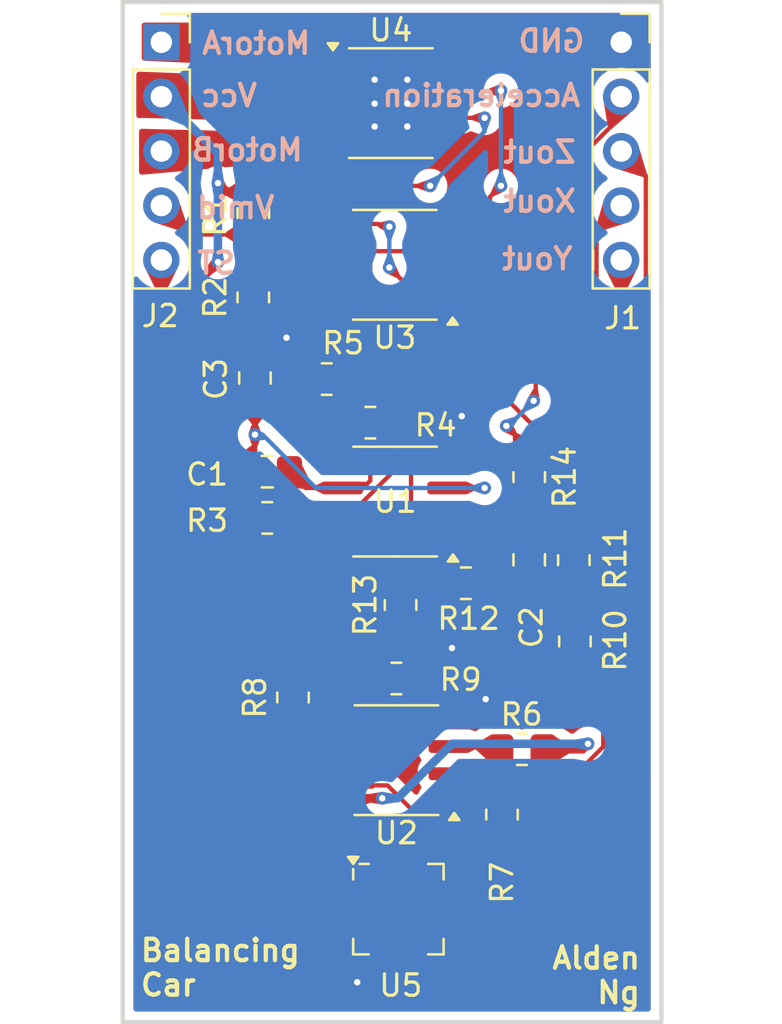
<source format=kicad_pcb>
(kicad_pcb (version 20240108) (generator "pcbnew") (generator_version "8.0")
  (layers (0 "F.Cu" signal) (31 "B.Cu" signal) (34 "B.Paste" user) (35 "F.Paste" user) (36 "B.SilkS" user "B.Silkscreen") (37 "F.SilkS" user "F.Silkscreen") (38 "B.Mask" user) (39 "F.Mask" user) (44 "Edge.Cuts" user))
  (net 0 "")
  (net 1 "/v_sharktooth")
  (net 2 "/Vmid")
  (net 3 "/velocity")
  (net 4 "Net-(U1A--)")
  (net 5 "GND")
  (net 6 "/MotorB")
  (net 7 "/MotorA")
  (net 8 "/Acceleration")
  (net 9 "VCC")
  (net 10 "Net-(R3-Pad2)")
  (net 11 "Net-(U1B-+)")
  (net 12 "Net-(U2A-+)")
  (net 13 "Net-(U2B-+)")
  (net 14 "Net-(U3A--)")
  (net 15 "Net-(U2A--)")
  (net 16 "Net-(U3B-+)")
  (net 17 "Net-(U2B--)")
  (net 18 "Net-(U4A-InA)")
  (net 19 "Net-(U4A-InB)")
  (net 26 "/ST")
  (net 27 "/Yout")
  (net 28 "/Zout")
  (net 29 "/Xout")
  (footprint "Capacitor_SMD:C_0805_2012Metric_Pad1.18x1.45mm_HandSolder" (layer "F.Cu") (at 194.58 102.87)
    (property "Reference" "C1" (at -2.81 0.127 0) (layer "F.SilkS"))
    (property "Value" "10nF")
    (fp_line (start -0.261252 -0.735) (end 0.261252 -0.735) (stroke (width 0.12)) (layer "F.SilkS"))
    (fp_line (start -0.261252 0.735) (end 0.261252 0.735) (stroke (width 0.12)) (layer "F.SilkS"))
    (pad "1" smd roundrect (at -1.0375 0) (size 1.175 1.45) (layers "F.Cu" "F.Paste" "F.Mask") (roundrect_rratio 0.212766) (net 2 "/Vmid"))
    (pad "2" smd roundrect (at 1.0375 0) (size 1.175 1.45) (layers "F.Cu" "F.Paste" "F.Mask") (roundrect_rratio 0.212766) (net 1 "/v_sharktooth"))
  )
  (footprint "Resistor_SMD:R_0805_2012Metric_Pad1.20x1.40mm_HandSolder" (layer "F.Cu") (at 194.58 105.029)
    (property "Reference" "R3" (at -2.81 0.127 0) (layer "F.SilkS"))
    (property "Value" "100k")
    (fp_line (start -0.227064 -0.735) (end 0.227064 -0.735) (stroke (width 0.12)) (layer "F.SilkS"))
    (fp_line (start -0.227064 0.735) (end 0.227064 0.735) (stroke (width 0.12)) (layer "F.SilkS"))
    (pad "1" smd roundrect (at -1 0) (size 1.2 1.4) (layers "F.Cu" "F.Paste" "F.Mask") (roundrect_rratio 0.208333) (net 1 "/v_sharktooth"))
    (pad "2" smd roundrect (at 1 0) (size 1.2 1.4) (layers "F.Cu" "F.Paste" "F.Mask") (roundrect_rratio 0.208333) (net 10 "Net-(R3-Pad2)"))
  )
  (footprint "Resistor_SMD:R_0805_2012Metric_Pad1.20x1.40mm_HandSolder" (layer "F.Cu") (at 206.4672 115.824 180)
    (property "Reference" "R6" (at 0.016 1.6256 360) (layer "F.SilkS"))
    (property "Value" "24k")
    (fp_line (start -0.227064 0.735) (end 0.227064 0.735) (stroke (width 0.12)) (layer "F.SilkS"))
    (fp_line (start -0.227064 -0.735) (end 0.227064 -0.735) (stroke (width 0.12)) (layer "F.SilkS"))
    (pad "1" smd roundrect (at -1 0 180) (size 1.2 1.4) (layers "F.Cu" "F.Paste" "F.Mask") (roundrect_rratio 0.208333) (net 9 "VCC"))
    (pad "2" smd roundrect (at 1 0 180) (size 1.2 1.4) (layers "F.Cu" "F.Paste" "F.Mask") (roundrect_rratio 0.208333) (net 12 "Net-(U2A-+)"))
  )
  (footprint "Resistor_SMD:R_0805_2012Metric_Pad1.20x1.40mm_HandSolder" (layer "F.Cu") (at 208.9404 110.7948 90)
    (property "Reference" "R10" (at 0.0508 1.8796 -90) (layer "F.SilkS"))
    (property "Value" "43k")
    (fp_line (start -0.227064 -0.735) (end 0.227064 -0.735) (stroke (width 0.12)) (layer "F.SilkS"))
    (fp_line (start -0.227064 0.735) (end 0.227064 0.735) (stroke (width 0.12)) (layer "F.SilkS"))
    (pad "1" smd roundrect (at -1 0 90) (size 1.2 1.4) (layers "F.Cu" "F.Paste" "F.Mask") (roundrect_rratio 0.208333) (net 15 "Net-(U2A--)"))
    (pad "2" smd roundrect (at 1 0 90) (size 1.2 1.4) (layers "F.Cu" "F.Paste" "F.Mask") (roundrect_rratio 0.208333) (net 14 "Net-(U3A--)"))
  )
  (footprint "Resistor_SMD:R_0805_2012Metric_Pad1.20x1.40mm_HandSolder" (layer "F.Cu") (at 197.358 98.552 180)
    (property "Reference" "R5" (at -0.762 1.6764 360) (layer "F.SilkS"))
    (property "Value" "20k")
    (fp_line (start -0.227064 0.735) (end 0.227064 0.735) (stroke (width 0.12)) (layer "F.SilkS"))
    (fp_line (start -0.227064 -0.735) (end 0.227064 -0.735) (stroke (width 0.12)) (layer "F.SilkS"))
    (pad "1" smd roundrect (at -1 0 180) (size 1.2 1.4) (layers "F.Cu" "F.Paste" "F.Mask") (roundrect_rratio 0.208333) (net 11 "Net-(U1B-+)"))
    (pad "2" smd roundrect (at 1 0 180) (size 1.2 1.4) (layers "F.Cu" "F.Paste" "F.Mask") (roundrect_rratio 0.208333) (net 2 "/Vmid"))
  )
  (footprint "Resistor_SMD:R_0805_2012Metric_Pad1.20x1.40mm_HandSolder" (layer "F.Cu") (at 200.6092 112.522)
    (property "Reference" "R9" (at 2.9972 0.0508 0) (layer "F.SilkS"))
    (property "Value" "24k")
    (fp_line (start -0.227064 -0.735) (end 0.227064 -0.735) (stroke (width 0.12)) (layer "F.SilkS"))
    (fp_line (start -0.227064 0.735) (end 0.227064 0.735) (stroke (width 0.12)) (layer "F.SilkS"))
    (pad "1" smd roundrect (at -1 0) (size 1.2 1.4) (layers "F.Cu" "F.Paste" "F.Mask") (roundrect_rratio 0.208333) (net 13 "Net-(U2B-+)"))
    (pad "2" smd roundrect (at 1 0) (size 1.2 1.4) (layers "F.Cu" "F.Paste" "F.Mask") (roundrect_rratio 0.208333) (net 5 "GND"))
  )
  (footprint "Connector_PinSocket_2.54mm:PinSocket_1x05_P2.54mm_Vertical" (layer "F.Cu") (at 211.099 82.834)
    (property "Reference" "J1" (at 0.0766 12.8732 0) (layer "F.SilkS"))
    (property "Value" "Conn_01x05_Socket")
    (fp_line (start -1.33 1.27) (end -1.33 11.49) (stroke (width 0.12)) (layer "F.SilkS"))
    (fp_line (start -1.33 1.27) (end 1.33 1.27) (stroke (width 0.12)) (layer "F.SilkS"))
    (fp_line (start -1.33 11.49) (end 1.33 11.49) (stroke (width 0.12)) (layer "F.SilkS"))
    (fp_line (start 0 -1.33) (end 1.33 -1.33) (stroke (width 0.12)) (layer "F.SilkS"))
    (fp_line (start 1.33 -1.33) (end 1.33 0) (stroke (width 0.12)) (layer "F.SilkS"))
    (fp_line (start 1.33 1.27) (end 1.33 11.49) (stroke (width 0.12)) (layer "F.SilkS"))
    (pad "1" thru_hole rect (at 0 0) (size 1.7 1.7) (drill 1) (layers "*.Cu" "*.Mask") (net 5 "GND"))
    (pad "2" thru_hole oval (at 0 2.54) (size 1.7 1.7) (drill 1) (layers "*.Cu" "*.Mask") (net 8 "/Acceleration"))
    (pad "3" thru_hole oval (at 0 5.08) (size 1.7 1.7) (drill 1) (layers "*.Cu" "*.Mask") (net 28 "/Zout"))
    (pad "4" thru_hole oval (at 0 7.62) (size 1.7 1.7) (drill 1) (layers "*.Cu" "*.Mask") (net 29 "/Xout"))
    (pad "5" thru_hole oval (at 0 10.16) (size 1.7 1.7) (drill 1) (layers "*.Cu" "*.Mask") (net 27 "/Yout"))
  )
  (footprint "Resistor_SMD:R_0805_2012Metric_Pad1.20x1.40mm_HandSolder" (layer "F.Cu") (at 205.5368 118.872 -90)
    (property "Reference" "R7" (at 3.175 0 90) (layer "F.SilkS"))
    (property "Value" "20k")
    (fp_line (start -0.227064 0.735) (end 0.227064 0.735) (stroke (width 0.12)) (layer "F.SilkS"))
    (fp_line (start -0.227064 -0.735) (end 0.227064 -0.735) (stroke (width 0.12)) (layer "F.SilkS"))
    (pad "1" smd roundrect (at -1 0 270) (size 1.2 1.4) (layers "F.Cu" "F.Paste" "F.Mask") (roundrect_rratio 0.208333) (net 12 "Net-(U2A-+)"))
    (pad "2" smd roundrect (at 1 0 270) (size 1.2 1.4) (layers "F.Cu" "F.Paste" "F.Mask") (roundrect_rratio 0.208333) (net 2 "/Vmid"))
  )
  (footprint "Resistor_SMD:R_0805_2012Metric_Pad1.20x1.40mm_HandSolder" (layer "F.Cu") (at 195.7832 113.411 -90)
    (property "Reference" "R8" (at 0 1.778 90) (layer "F.SilkS"))
    (property "Value" "20k")
    (fp_line (start -0.227064 0.735) (end 0.227064 0.735) (stroke (width 0.12)) (layer "F.SilkS"))
    (fp_line (start -0.227064 -0.735) (end 0.227064 -0.735) (stroke (width 0.12)) (layer "F.SilkS"))
    (pad "1" smd roundrect (at -1 0 270) (size 1.2 1.4) (layers "F.Cu" "F.Paste" "F.Mask") (roundrect_rratio 0.208333) (net 2 "/Vmid"))
    (pad "2" smd roundrect (at 1 0 270) (size 1.2 1.4) (layers "F.Cu" "F.Paste" "F.Mask") (roundrect_rratio 0.208333) (net 13 "Net-(U2B-+)"))
  )
  (footprint "Connector_PinSocket_2.54mm:PinSocket_1x05_P2.54mm_Vertical" (layer "F.Cu") (at 189.636 82.834)
    (property "Reference" "J2" (at -0.0504 12.7716 0) (layer "F.SilkS"))
    (property "Value" "Conn_01x05_Socket")
    (fp_line (start -1.33 1.27) (end -1.33 11.49) (stroke (width 0.12)) (layer "F.SilkS"))
    (fp_line (start -1.33 1.27) (end 1.33 1.27) (stroke (width 0.12)) (layer "F.SilkS"))
    (fp_line (start -1.33 11.49) (end 1.33 11.49) (stroke (width 0.12)) (layer "F.SilkS"))
    (fp_line (start 0 -1.33) (end 1.33 -1.33) (stroke (width 0.12)) (layer "F.SilkS"))
    (fp_line (start 1.33 -1.33) (end 1.33 0) (stroke (width 0.12)) (layer "F.SilkS"))
    (fp_line (start 1.33 1.27) (end 1.33 11.49) (stroke (width 0.12)) (layer "F.SilkS"))
    (pad "1" thru_hole rect (at 0 0) (size 1.7 1.7) (drill 1) (layers "*.Cu" "*.Mask") (net 7 "/MotorA"))
    (pad "2" thru_hole oval (at 0 2.54) (size 1.7 1.7) (drill 1) (layers "*.Cu" "*.Mask") (net 9 "VCC"))
    (pad "3" thru_hole oval (at 0 5.08) (size 1.7 1.7) (drill 1) (layers "*.Cu" "*.Mask") (net 6 "/MotorB"))
    (pad "4" thru_hole oval (at 0 7.62) (size 1.7 1.7) (drill 1) (layers "*.Cu" "*.Mask") (net 2 "/Vmid"))
    (pad "5" thru_hole oval (at 0 10.16) (size 1.7 1.7) (drill 1) (layers "*.Cu" "*.Mask") (net 26 "/ST"))
  )
  (footprint "Resistor_SMD:R_0805_2012Metric_Pad1.20x1.40mm_HandSolder" (layer "F.Cu") (at 208.8896 107.0008 90)
    (property "Reference" "R11" (at 0.0668 1.9304 90) (layer "F.SilkS"))
    (property "Value" "47k")
    (fp_line (start -0.227064 -0.735) (end 0.227064 -0.735) (stroke (width 0.12)) (layer "F.SilkS"))
    (fp_line (start -0.227064 0.735) (end 0.227064 0.735) (stroke (width 0.12)) (layer "F.SilkS"))
    (pad "1" smd roundrect (at -1 0 90) (size 1.2 1.4) (layers "F.Cu" "F.Paste" "F.Mask") (roundrect_rratio 0.208333) (net 3 "/velocity"))
    (pad "2" smd roundrect (at 1 0 90) (size 1.2 1.4) (layers "F.Cu" "F.Paste" "F.Mask") (roundrect_rratio 0.208333) (net 14 "Net-(U3A--)"))
  )
  (footprint "Capacitor_SMD:C_0805_2012Metric_Pad1.18x1.45mm_HandSolder" (layer "F.Cu") (at 206.8068 106.9848 -90)
    (property "Reference" "C2" (at 3.1496 -0.1016 90) (layer "F.SilkS"))
    (property "Value" "1uF")
    (fp_line (start -0.261252 0.735) (end 0.261252 0.735) (stroke (width 0.12)) (layer "F.SilkS"))
    (fp_line (start -0.261252 -0.735) (end 0.261252 -0.735) (stroke (width 0.12)) (layer "F.SilkS"))
    (pad "1" smd roundrect (at -1.0375 0 270) (size 1.175 1.45) (layers "F.Cu" "F.Paste" "F.Mask") (roundrect_rratio 0.212766) (net 4 "Net-(U1A--)"))
    (pad "2" smd roundrect (at 1.0375 0 270) (size 1.175 1.45) (layers "F.Cu" "F.Paste" "F.Mask") (roundrect_rratio 0.212766) (net 3 "/velocity"))
  )
  (footprint "Resistor_SMD:R_0805_2012Metric_Pad1.20x1.40mm_HandSolder" (layer "F.Cu") (at 206.8068 103.124 -90)
    (property "Reference" "R14" (at 0 -1.65 90) (layer "F.SilkS"))
    (property "Value" "100k")
    (fp_line (start -0.227064 0.735) (end 0.227064 0.735) (stroke (width 0.12)) (layer "F.SilkS"))
    (fp_line (start -0.227064 -0.735) (end 0.227064 -0.735) (stroke (width 0.12)) (layer "F.SilkS"))
    (pad "1" smd roundrect (at -1 0 270) (size 1.2 1.4) (layers "F.Cu" "F.Paste" "F.Mask") (roundrect_rratio 0.208333) (net 8 "/Acceleration"))
    (pad "2" smd roundrect (at 1 0 270) (size 1.2 1.4) (layers "F.Cu" "F.Paste" "F.Mask") (roundrect_rratio 0.208333) (net 4 "Net-(U1A--)"))
  )
  (footprint "Resistor_SMD:R_0805_2012Metric_Pad1.20x1.40mm_HandSolder" (layer "F.Cu") (at 193.929 94.742 -90)
    (property "Reference" "R2" (at 0 1.778 90) (layer "F.SilkS"))
    (property "Value" "10k")
    (fp_line (start -0.227064 0.735) (end 0.227064 0.735) (stroke (width 0.12)) (layer "F.SilkS"))
    (fp_line (start -0.227064 -0.735) (end 0.227064 -0.735) (stroke (width 0.12)) (layer "F.SilkS"))
    (pad "1" smd roundrect (at -1 0 270) (size 1.2 1.4) (layers "F.Cu" "F.Paste" "F.Mask") (roundrect_rratio 0.208333) (net 2 "/Vmid"))
    (pad "2" smd roundrect (at 1 0 270) (size 1.2 1.4) (layers "F.Cu" "F.Paste" "F.Mask") (roundrect_rratio 0.208333) (net 5 "GND"))
  )
  (footprint "Resistor_SMD:R_0805_2012Metric_Pad1.20x1.40mm_HandSolder" (layer "F.Cu") (at 193.929 90.805 -90)
    (property "Reference" "R1" (at 0.127 1.778 90) (layer "F.SilkS"))
    (property "Value" "10k")
    (fp_line (start -0.227064 0.735) (end 0.227064 0.735) (stroke (width 0.12)) (layer "F.SilkS"))
    (fp_line (start -0.227064 -0.735) (end 0.227064 -0.735) (stroke (width 0.12)) (layer "F.SilkS"))
    (pad "1" smd roundrect (at -1 0 270) (size 1.2 1.4) (layers "F.Cu" "F.Paste" "F.Mask") (roundrect_rratio 0.208333) (net 9 "VCC"))
    (pad "2" smd roundrect (at 1 0 270) (size 1.2 1.4) (layers "F.Cu" "F.Paste" "F.Mask") (roundrect_rratio 0.208333) (net 2 "/Vmid"))
  )
  (footprint "Package_SO:SOIC-8_3.9x4.9mm_P1.27mm" (layer "F.Cu") (at 200.6092 116.332 180)
    (property "Reference" "U2" (at 0 -3.4 360) (layer "F.SilkS"))
    (property "Value" "MCP602")
    (fp_line (start 0 2.56) (end 1.95 2.56) (stroke (width 0.12)) (layer "F.SilkS"))
    (fp_line (start 0 2.56) (end -1.95 2.56) (stroke (width 0.12)) (layer "F.SilkS"))
    (fp_line (start 0 -2.56) (end 1.95 -2.56) (stroke (width 0.12)) (layer "F.SilkS"))
    (fp_line (start 0 -2.56) (end -1.95 -2.56) (stroke (width 0.12)) (layer "F.SilkS"))
    (fp_poly (pts (xy -2.7 -2.465) (xy -2.94 -2.795) (xy -2.46 -2.795) (xy -2.7 -2.465)) (stroke (width 0.12)) (fill solid) (layer "F.SilkS"))
    (pad "1" smd roundrect (at -2.475 -1.905 180) (size 1.95 0.6) (layers "F.Cu" "F.Paste" "F.Mask") (net 15 "Net-(U2A--)"))
    (pad "2" smd roundrect (at -2.475 -0.635 180) (size 1.95 0.6) (layers "F.Cu" "F.Paste" "F.Mask") (net 15 "Net-(U2A--)"))
    (pad "3" smd roundrect (at -2.475 0.635 180) (size 1.95 0.6) (layers "F.Cu" "F.Paste" "F.Mask") (net 12 "Net-(U2A-+)"))
    (pad "4" smd roundrect (at -2.475 1.905 180) (size 1.95 0.6) (layers "F.Cu" "F.Paste" "F.Mask") (net 5 "GND"))
    (pad "5" smd roundrect (at 2.475 1.905 180) (size 1.95 0.6) (layers "F.Cu" "F.Paste" "F.Mask") (net 13 "Net-(U2B-+)"))
    (pad "6" smd roundrect (at 2.475 0.635 180) (size 1.95 0.6) (layers "F.Cu" "F.Paste" "F.Mask") (net 17 "Net-(U2B--)"))
    (pad "7" smd roundrect (at 2.475 -0.635 180) (size 1.95 0.6) (layers "F.Cu" "F.Paste" "F.Mask") (net 17 "Net-(U2B--)"))
    (pad "8" smd roundrect (at 2.475 -1.905 180) (size 1.95 0.6) (layers "F.Cu" "F.Paste" "F.Mask") (net 9 "VCC"))
  )
  (footprint "Resistor_SMD:R_0805_2012Metric_Pad1.20x1.40mm_HandSolder" (layer "F.Cu") (at 199.39 100.584 180)
    (property "Reference" "R4" (at -3.048 -0.127 360) (layer "F.SilkS"))
    (property "Value" "82k")
    (fp_line (start -0.227064 0.735) (end 0.227064 0.735) (stroke (width 0.12)) (layer "F.SilkS"))
    (fp_line (start -0.227064 -0.735) (end 0.227064 -0.735) (stroke (width 0.12)) (layer "F.SilkS"))
    (pad "1" smd roundrect (at -1 0 180) (size 1.2 1.4) (layers "F.Cu" "F.Paste" "F.Mask") (roundrect_rratio 0.208333) (net 10 "Net-(R3-Pad2)"))
    (pad "2" smd roundrect (at 1 0 180) (size 1.2 1.4) (layers "F.Cu" "F.Paste" "F.Mask") (roundrect_rratio 0.208333) (net 11 "Net-(U1B-+)"))
  )
  (footprint "Resistor_SMD:R_0805_2012Metric_Pad1.20x1.40mm_HandSolder" (layer "F.Cu") (at 200.803 109.093 90)
    (property "Reference" "R13" (at 0 -1.65 90) (layer "F.SilkS"))
    (property "Value" "43k")
    (fp_line (start -0.227064 -0.735) (end 0.227064 -0.735) (stroke (width 0.12)) (layer "F.SilkS"))
    (fp_line (start -0.227064 0.735) (end 0.227064 0.735) (stroke (width 0.12)) (layer "F.SilkS"))
    (pad "1" smd roundrect (at -1 0 90) (size 1.2 1.4) (layers "F.Cu" "F.Paste" "F.Mask") (roundrect_rratio 0.208333) (net 17 "Net-(U2B--)"))
    (pad "2" smd roundrect (at 1 0 90) (size 1.2 1.4) (layers "F.Cu" "F.Paste" "F.Mask") (roundrect_rratio 0.208333) (net 16 "Net-(U3B-+)"))
  )
  (footprint "Package_SO:HSOP-8-1EP_3.9x4.9mm_P1.27mm_EP2.41x3.1mm" (layer "F.Cu") (at 200.3468 85.6742)
    (property "Reference" "U4" (at 0 -3.4 0) (layer "F.SilkS"))
    (property "Value" "L9110h")
    (fp_line (start 0 -2.56) (end -1.95 -2.56) (stroke (width 0.12)) (layer "F.SilkS"))
    (fp_line (start 0 -2.56) (end 1.95 -2.56) (stroke (width 0.12)) (layer "F.SilkS"))
    (fp_line (start 0 2.56) (end -1.95 2.56) (stroke (width 0.12)) (layer "F.SilkS"))
    (fp_line (start 0 2.56) (end 1.95 2.56) (stroke (width 0.12)) (layer "F.SilkS"))
    (fp_poly (pts (xy -2.7 -2.465) (xy -2.94 -2.795) (xy -2.46 -2.795) (xy -2.7 -2.465)) (stroke (width 0.12)) (fill solid) (layer "F.SilkS"))
    (pad "1" smd roundrect (at -2.65 -1.905) (size 1.6 0.6) (layers "F.Cu" "F.Paste" "F.Mask") (net 7 "/MotorA"))
    (pad "2" smd roundrect (at -2.65 -0.635) (size 1.6 0.6) (layers "F.Cu" "F.Paste" "F.Mask") (net 9 "VCC"))
    (pad "3" smd roundrect (at -2.65 0.635) (size 1.6 0.6) (layers "F.Cu" "F.Paste" "F.Mask") (net 9 "VCC"))
    (pad "4" smd roundrect (at -2.65 1.905) (size 1.6 0.6) (layers "F.Cu" "F.Paste" "F.Mask") (net 6 "/MotorB"))
    (pad "5" smd roundrect (at 2.65 1.905) (size 1.6 0.6) (layers "F.Cu" "F.Paste" "F.Mask") (net 5 "GND"))
    (pad "6" smd roundrect (at 2.65 0.635) (size 1.6 0.6) (layers "F.Cu" "F.Paste" "F.Mask") (net 18 "Net-(U4A-InA)"))
    (pad "7" smd roundrect (at 2.65 -0.635) (size 1.6 0.6) (layers "F.Cu" "F.Paste" "F.Mask") (net 19 "Net-(U4A-InB)"))
    (pad "8" smd roundrect (at 2.65 -1.905) (size 1.6 0.6) (layers "F.Cu" "F.Paste" "F.Mask") (net 5 "GND"))
    (pad "9" smd rect (at 0 0) (size 2.41 3.1) (property pad_prop_heatsink) (layers "F.Cu" "F.Mask") (net 5 "GND"))
  )
  (footprint "Capacitor_SMD:C_0805_2012Metric_Pad1.18x1.45mm_HandSolder" (layer "F.Cu") (at 194.0052 98.5012 -90)
    (property "Reference" "C3" (at 0.0508 1.8288 90) (layer "F.SilkS"))
    (property "Value" "1uF")
    (fp_line (start -0.261252 0.735) (end 0.261252 0.735) (stroke (width 0.12)) (layer "F.SilkS"))
    (fp_line (start -0.261252 -0.735) (end 0.261252 -0.735) (stroke (width 0.12)) (layer "F.SilkS"))
    (pad "1" smd roundrect (at -1.0375 0 270) (size 1.175 1.45) (layers "F.Cu" "F.Paste" "F.Mask") (roundrect_rratio 0.212766) (net 5 "GND"))
    (pad "2" smd roundrect (at 1.0375 0 270) (size 1.175 1.45) (layers "F.Cu" "F.Paste" "F.Mask") (roundrect_rratio 0.212766) (net 2 "/Vmid"))
  )
  (footprint "Package_SO:SOIC-8_3.9x4.9mm_P1.27mm" (layer "F.Cu") (at 200.549 104.267 180)
    (property "Reference" "U1" (at 0 0 360) (layer "F.SilkS"))
    (property "Value" "MCP602")
    (fp_line (start 0 2.56) (end 1.95 2.56) (stroke (width 0.12)) (layer "F.SilkS"))
    (fp_line (start 0 2.56) (end -1.95 2.56) (stroke (width 0.12)) (layer "F.SilkS"))
    (fp_line (start 0 -2.56) (end 1.95 -2.56) (stroke (width 0.12)) (layer "F.SilkS"))
    (fp_line (start 0 -2.56) (end -1.95 -2.56) (stroke (width 0.12)) (layer "F.SilkS"))
    (fp_poly (pts (xy -2.7 -2.465) (xy -2.94 -2.795) (xy -2.46 -2.795) (xy -2.7 -2.465)) (stroke (width 0.12)) (fill solid) (layer "F.SilkS"))
    (pad "1" smd roundrect (at -2.475 -1.905 180) (size 1.95 0.6) (layers "F.Cu" "F.Paste" "F.Mask") (net 3 "/velocity"))
    (pad "2" smd roundrect (at -2.475 -0.635 180) (size 1.95 0.6) (layers "F.Cu" "F.Paste" "F.Mask") (net 4 "Net-(U1A--)"))
    (pad "3" smd roundrect (at -2.475 0.635 180) (size 1.95 0.6) (layers "F.Cu" "F.Paste" "F.Mask") (net 2 "/Vmid"))
    (pad "4" smd roundrect (at -2.475 1.905 180) (size 1.95 0.6) (layers "F.Cu" "F.Paste" "F.Mask") (net 5 "GND"))
    (pad "5" smd roundrect (at 2.475 1.905 180) (size 1.95 0.6) (layers "F.Cu" "F.Paste" "F.Mask") (net 11 "Net-(U1B-+)"))
    (pad "6" smd roundrect (at 2.475 0.635 180) (size 1.95 0.6) (layers "F.Cu" "F.Paste" "F.Mask") (net 1 "/v_sharktooth"))
    (pad "7" smd roundrect (at 2.475 -0.635 180) (size 1.95 0.6) (layers "F.Cu" "F.Paste" "F.Mask") (net 10 "Net-(R3-Pad2)"))
    (pad "8" smd roundrect (at 2.475 -1.905 180) (size 1.95 0.6) (layers "F.Cu" "F.Paste" "F.Mask") (net 9 "VCC"))
  )
  (footprint "Package_CSP:Analog_LFCSP-16-1EP_4x4mm_P0.65mm_EP2.35x2.35mm" (layer "F.Cu") (at 200.701 123.2845)
    (property "Reference" "U5" (at 0.1114 3.5631 0) (layer "F.SilkS"))
    (property "Value" "ADXL335")
    (fp_line (start -2.11 -1.385) (end -2.11 -1.87) (stroke (width 0.12)) (layer "F.SilkS"))
    (fp_line (start -2.11 2.11) (end -2.11 1.385) (stroke (width 0.12)) (layer "F.SilkS"))
    (fp_line (start -1.385 -2.11) (end -1.81 -2.11) (stroke (width 0.12)) (layer "F.SilkS"))
    (fp_line (start -1.385 2.11) (end -2.11 2.11) (stroke (width 0.12)) (layer "F.SilkS"))
    (fp_line (start 1.385 -2.11) (end 2.11 -2.11) (stroke (width 0.12)) (layer "F.SilkS"))
    (fp_line (start 1.385 2.11) (end 2.11 2.11) (stroke (width 0.12)) (layer "F.SilkS"))
    (fp_line (start 2.11 -2.11) (end 2.11 -1.385) (stroke (width 0.12)) (layer "F.SilkS"))
    (fp_line (start 2.11 2.11) (end 2.11 1.385) (stroke (width 0.12)) (layer "F.SilkS"))
    (fp_poly (pts (xy -2.11 -2.11) (xy -2.35 -2.44) (xy -1.87 -2.44) (xy -2.11 -2.11)) (stroke (width 0.12)) (fill solid) (layer "F.SilkS"))
    (pad "1" smd roundrect (at -1.9375 -0.975) (size 0.875 0.3) (layers "F.Cu" "F.Paste" "F.Mask"))
    (pad "2" smd roundrect (at -1.9375 -0.325) (size 0.875 0.3) (layers "F.Cu" "F.Paste" "F.Mask") (net 26 "/ST"))
    (pad "3" smd roundrect (at -1.9375 0.325) (size 0.875 0.3) (layers "F.Cu" "F.Paste" "F.Mask") (net 5 "GND"))
    (pad "4" smd roundrect (at -1.9375 0.975) (size 0.875 0.3) (layers "F.Cu" "F.Paste" "F.Mask"))
    (pad "5" smd roundrect (at -0.975 1.9375) (size 0.3 0.875) (layers "F.Cu" "F.Paste" "F.Mask") (net 5 "GND"))
    (pad "6" smd roundrect (at -0.325 1.9375) (size 0.3 0.875) (layers "F.Cu" "F.Paste" "F.Mask") (net 5 "GND"))
    (pad "7" smd roundrect (at 0.325 1.9375) (size 0.3 0.875) (layers "F.Cu" "F.Paste" "F.Mask") (net 5 "GND"))
    (pad "8" smd roundrect (at 0.975 1.9375) (size 0.3 0.875) (layers "F.Cu" "F.Paste" "F.Mask") (net 28 "/Zout"))
    (pad "9" smd roundrect (at 1.9375 0.975) (size 0.875 0.3) (layers "F.Cu" "F.Paste" "F.Mask"))
    (pad "10" smd roundrect (at 1.9375 0.325) (size 0.875 0.3) (layers "F.Cu" "F.Paste" "F.Mask") (net 27 "/Yout"))
    (pad "11" smd roundrect (at 1.9375 -0.325) (size 0.875 0.3) (layers "F.Cu" "F.Paste" "F.Mask"))
    (pad "12" smd roundrect (at 1.9375 -0.975) (size 0.875 0.3) (layers "F.Cu" "F.Paste" "F.Mask") (net 29 "/Xout"))
    (pad "13" smd roundrect (at 0.975 -1.9375) (size 0.3 0.875) (layers "F.Cu" "F.Paste" "F.Mask"))
    (pad "14" smd roundrect (at 0.325 -1.9375) (size 0.3 0.875) (layers "F.Cu" "F.Paste" "F.Mask") (net 9 "VCC"))
    (pad "15" smd roundrect (at -0.325 -1.9375) (size 0.3 0.875) (layers "F.Cu" "F.Paste" "F.Mask") (net 9 "VCC"))
    (pad "16" smd roundrect (at -0.975 -1.9375) (size 0.3 0.875) (layers "F.Cu" "F.Paste" "F.Mask"))
    (pad "17" smd rect (at 0 0) (size 2.35 2.35) (property pad_prop_heatsink) (layers "F.Cu" "F.Mask"))
  )
  (footprint "Resistor_SMD:R_0805_2012Metric_Pad1.20x1.40mm_HandSolder" (layer "F.Cu") (at 203.851 108.077)
    (property "Reference" "R12" (at 0.127 1.651 360) (layer "F.SilkS"))
    (property "Value" "47k")
    (fp_line (start -0.227064 -0.735) (end 0.227064 -0.735) (stroke (width 0.12)) (layer "F.SilkS"))
    (fp_line (start -0.227064 0.735) (end 0.227064 0.735) (stroke (width 0.12)) (layer "F.SilkS"))
    (pad "1" smd roundrect (at -1 0) (size 1.2 1.4) (layers "F.Cu" "F.Paste" "F.Mask") (roundrect_rratio 0.208333) (net 16 "Net-(U3B-+)"))
    (pad "2" smd roundrect (at 1 0) (size 1.2 1.4) (layers "F.Cu" "F.Paste" "F.Mask") (roundrect_rratio 0.208333) (net 3 "/velocity"))
  )
  (footprint "Package_SO:SOIC-8_3.9x4.9mm_P1.27mm" (layer "F.Cu") (at 200.533 93.218 180)
    (property "Reference" "U3" (at 0 -3.4 360) (layer "F.SilkS"))
    (property "Value" "MCP602")
    (fp_line (start 0 2.56) (end 1.95 2.56) (stroke (width 0.12)) (layer "F.SilkS"))
    (fp_line (start 0 2.56) (end -1.95 2.56) (stroke (width 0.12)) (layer "F.SilkS"))
    (fp_line (start 0 -2.56) (end 1.95 -2.56) (stroke (width 0.12)) (layer "F.SilkS"))
    (fp_line (start 0 -2.56) (end -1.95 -2.56) (stroke (width 0.12)) (layer "F.SilkS"))
    (fp_poly (pts (xy -2.7 -2.465) (xy -2.94 -2.795) (xy -2.46 -2.795) (xy -2.7 -2.465)) (stroke (width 0.12)) (fill solid) (layer "F.SilkS"))
    (pad "1" smd roundrect (at -2.475 -1.905 180) (size 1.95 0.6) (layers "F.Cu" "F.Paste" "F.Mask") (net 19 "Net-(U4A-InB)"))
    (pad "2" smd roundrect (at -2.475 -0.635 180) (size 1.95 0.6) (layers "F.Cu" "F.Paste" "F.Mask") (net 14 "Net-(U3A--)"))
    (pad "3" smd roundrect (at -2.475 0.635 180) (size 1.95 0.6) (layers "F.Cu" "F.Paste" "F.Mask") (net 1 "/v_sharktooth"))
    (pad "4" smd roundrect (at -2.475 1.905 180) (size 1.95 0.6) (layers "F.Cu" "F.Paste" "F.Mask") (net 5 "GND"))
    (pad "5" smd roundrect (at 2.475 1.905 180) (size 1.95 0.6) (layers "F.Cu" "F.Paste" "F.Mask") (net 16 "Net-(U3B-+)"))
    (pad "6" smd roundrect (at 2.475 0.635 180) (size 1.95 0.6) (layers "F.Cu" "F.Paste" "F.Mask") (net 1 "/v_sharktooth"))
    (pad "7" smd roundrect (at 2.475 -0.635 180) (size 1.95 0.6) (layers "F.Cu" "F.Paste" "F.Mask") (net 18 "Net-(U4A-InA)"))
    (pad "8" smd roundrect (at 2.475 -1.905 180) (size 1.95 0.6) (layers "F.Cu" "F.Paste" "F.Mask") (net 9 "VCC"))
  )
  (gr_rect (start 187.833 80.9625) (end 212.979 128.5621) (stroke (width 0.2)) (fill none) (layer "Edge.Cuts"))
  (gr_text "Yout" (at 208.9404 93.5228 0) (layer "B.SilkS") (effects (font (size 1 1) (thickness 0.2) (bold yes)) (justify left bottom mirror)))
  (gr_text "MotorA" (at 196.6976 83.4644 0) (layer "B.SilkS") (effects (font (size 1 1) (thickness 0.2) (bold yes)) (justify left bottom mirror)))
  (gr_text "Xout" (at 209.0928 90.8304 0) (layer "B.SilkS") (effects (font (size 1 1) (thickness 0.2) (bold yes)) (justify left bottom mirror)))
  (gr_text "ST" (at 193.1924 93.726 0) (layer "B.SilkS") (effects (font (size 1 1) (thickness 0.2) (bold yes)) (justify left bottom mirror)))
  (gr_text "Vcc" (at 194.2084 85.9028 0) (layer "B.SilkS") (effects (font (size 1 1) (thickness 0.2) (bold yes)) (justify left bottom mirror)))
  (gr_text "Acceleration" (at 209.296 85.9028 0) (layer "B.SilkS") (effects (font (size 1 1) (thickness 0.2) (bold yes)) (justify left bottom mirror)))
  (gr_text "Vmid" (at 195.0212 91.1352 0) (layer "B.SilkS") (effects (font (size 1 1) (thickness 0.2) (bold yes)) (justify left bottom mirror)))
  (gr_text "GND" (at 209.4992 83.3628 0) (layer "B.SilkS") (effects (font (size 1 1) (thickness 0.2) (bold yes)) (justify left bottom mirror)))
  (gr_text "Zout" (at 209.0928 88.5444 0) (layer "B.SilkS") (effects (font (size 1 1) (thickness 0.2) (bold yes)) (justify left bottom mirror)))
  (gr_text "MotorB" (at 196.342 88.4428 0) (layer "B.SilkS") (effects (font (size 1 1) (thickness 0.2) (bold yes)) (justify left bottom mirror)))
  (gr_text "Alden\nNg" (at 212.09 127.762 0) (layer "F.SilkS") (effects (font (size 1 1) (thickness 0.2) (bold yes)) (justify right bottom)))
  (gr_text "Balancing\nCar" (at 188.5696 127.4064 0) (layer "F.SilkS") (effects (font (size 1 1) (thickness 0.2) (bold yes)) (justify left bottom)))
  (segment (start 199.048999 103.632) (end 199.39 103.290999) (width 0.2) (layer "F.Cu") (net 1))
  (segment (start 198.074 103.632) (end 196.3795 103.632) (width 0.2) (layer "F.Cu") (net 1))
  (segment (start 193.58 104.9075) (end 195.6175 102.87) (width 0.2) (layer "F.Cu") (net 1))
  (segment (start 196.3795 103.632) (end 195.6175 102.87) (width 0.2) (layer "F.Cu") (net 1))
  (segment (start 199.032999 92.583) (end 198.058 92.583) (width 0.2) (layer "F.Cu") (net 1))
  (segment (start 198.074 103.632) (end 199.048999 103.632) (width 0.2) (layer "F.Cu") (net 1))
  (segment (start 199.39 92.940001) (end 199.032999 92.583) (width 0.2) (layer "F.Cu") (net 1))
  (segment (start 198.058 92.583) (end 203.008 92.583) (width 0.2) (layer "F.Cu") (net 1))
  (segment (start 193.58 105.029) (end 193.58 104.9075) (width 0.2) (layer "F.Cu") (net 1))
  (segment (start 199.39 103.290999) (end 199.39 92.940001) (width 0.2) (layer "F.Cu") (net 1))
  (segment (start 194.5132 113.427) (end 195.5292 112.411) (width 0.2) (layer "F.Cu") (net 2))
  (segment (start 196.358 98.552) (end 196.6468 98.2632) (width 0.2) (layer "F.Cu") (net 2))
  (segment (start 194.0052 101.1428) (end 194.0052 99.5387) (width 0.2) (layer "F.Cu") (net 2))
  (segment (start 205.5368 119.872) (end 202.559329 119.872) (width 0.2) (layer "F.Cu") (net 2))
  (segment (start 199.5328 117.51) (end 199.4758 117.567) (width 0.2) (layer "F.Cu") (net 2))
  (segment (start 197.0182 117.567) (end 194.5132 115.062) (width 0.2) (layer "F.Cu") (net 2))
  (segment (start 199.4758 117.567) (end 197.0182 117.567) (width 0.2) (layer "F.Cu") (net 2))
  (segment (start 194.5132 115.062) (end 194.5132 113.427) (width 0.2) (layer "F.Cu") (net 2))
  (segment (start 196.1802 106.029) (end 192.8462 106.029) (width 0.2) (layer "F.Cu") (net 2))
  (segment (start 194.0052 101.1428) (end 194.0052 102.4073) (width 0.2) (layer "F.Cu") (net 2))
  (segment (start 194.9919 98.552) (end 194.0052 99.5387) (width 0.2) (layer "F.Cu") (net 2))
  (segment (start 190.987 91.805) (end 189.636 90.454) (width 0.2) (layer "F.Cu") (net 2))
  (segment (start 200.197329 117.51) (end 199.5328 117.51) (width 0.2) (layer "F.Cu") (net 2))
  (segment (start 203.024 103.632) (end 204.724 103.632) (width 0.2) (layer "F.Cu") (net 2))
  (segment (start 195.7832 112.411) (end 199.349 108.8452) (width 0.2) (layer "F.Cu") (net 2))
  (segment (start 192.68 105.8628) (end 192.68 103.7325) (width 0.2) (layer "F.Cu") (net 2))
  (segment (start 196.6468 98.2632) (end 196.6468 95.8596) (width 0.2) (layer "F.Cu") (net 2))
  (segment (start 199.136 105.5624) (end 196.6468 105.5624) (width 0.2) (layer "F.Cu") (net 2))
  (segment (start 193.929 93.742) (end 193.929 91.805) (width 0.2) (layer "F.Cu") (net 2))
  (segment (start 192.68 103.7325) (end 193.5425 102.87) (width 0.2) (layer "F.Cu") (net 2))
  (segment (start 193.929 91.805) (end 190.987 91.805) (width 0.2) (layer "F.Cu") (net 2))
  (segment (start 199.349 108.8452) (end 199.349 105.7754) (width 0.2) (layer "F.Cu") (net 2))
  (segment (start 196.358 98.552) (end 194.9919 98.552) (width 0.2) (layer "F.Cu") (net 2))
  (segment (start 196.6468 105.5624) (end 196.1802 106.029) (width 0.2) (layer "F.Cu") (net 2))
  (segment (start 194.5292 93.742) (end 193.929 93.742) (width 0.2) (layer "F.Cu") (net 2))
  (segment (start 202.559329 119.872) (end 200.197329 117.51) (width 0.2) (layer "F.Cu") (net 2))
  (segment (start 194.0052 102.4073) (end 193.5425 102.87) (width 0.2) (layer "F.Cu") (net 2))
  (segment (start 196.6468 95.8596) (end 194.5292 93.742) (width 0.2) (layer "F.Cu") (net 2))
  (segment (start 199.349 105.7754) (end 199.136 105.5624) (width 0.2) (layer "F.Cu") (net 2))
  (segment (start 192.8462 106.029) (end 192.68 105.8628) (width 0.2) (layer "F.Cu") (net 2))
  (via (at 194.0052 101.1428) (size 0.6) (drill 0.3) (layers "F.Cu" "B.Cu") (net 2))
  (via (at 204.724 103.632) (size 0.6) (drill 0.3) (layers "F.Cu" "B.Cu") (net 2))
  (segment (start 196.85 103.632) (end 204.724 103.632) (width 0.2) (layer "B.Cu") (net 2))
  (segment (start 194.3608 101.1428) (end 196.85 103.632) (width 0.2) (layer "B.Cu") (net 2))
  (segment (start 194.0052 101.1428) (end 194.3608 101.1428) (width 0.2) (layer "B.Cu") (net 2))
  (segment (start 203.024 106.172) (end 204.851 107.999) (width 0.2) (layer "F.Cu") (net 3))
  (segment (start 208.8134 108.077) (end 208.8896 108.0008) (width 0.2) (layer "F.Cu") (net 3))
  (segment (start 204.851 108.077) (end 208.8134 108.077) (width 0.2) (layer "F.Cu") (net 3))
  (segment (start 204.851 107.999) (end 204.851 108.077) (width 0.2) (layer "F.Cu") (net 3))
  (segment (start 203.024 104.902) (end 205.7615 104.902) (width 0.2) (layer "F.Cu") (net 4))
  (segment (start 206.8068 104.124) (end 206.5395 104.124) (width 0.2) (layer "F.Cu") (net 4))
  (segment (start 206.5395 104.124) (end 205.7615 104.902) (width 0.2) (layer "F.Cu") (net 4))
  (segment (start 205.7615 104.902) (end 206.8068 105.9473) (width 0.2) (layer "F.Cu") (net 4))
  (segment (start 197.926 123.98567) (end 198.30217 123.6095) (width 0.4) (layer "F.Cu") (net 5))
  (segment (start 198.30217 123.6095) (end 198.7635 123.6095) (width 0.4) (layer "F.Cu") (net 5))
  (segment (start 199.726 125.222) (end 198.61467 125.222) (width 0.4) (layer "F.Cu") (net 5))
  (segment (start 198.61467 125.222) (end 197.926 124.53333) (width 0.4) (layer "F.Cu") (net 5))
  (segment (start 201.026 125.222) (end 199.726 125.222) (width 0.4) (layer "F.Cu") (net 5))
  (segment (start 197.926 124.53333) (end 197.926 123.98567) (width 0.4) (layer "F.Cu") (net 5))
  (via (at 198.7804 126.6952) (size 0.6) (drill 0.3) (layers "F.Cu" "B.Cu") (net 5))
  (via (at 201.1172 84.582) (size 0.6) (drill 0.3) (layers "F.Cu" "B.Cu") (net 5))
  (via (at 203.2 111.0996) (size 0.6) (drill 0.3) (layers "F.Cu" "B.Cu") (net 5))
  (via (at 199.5932 85.6996) (size 0.6) (drill 0.3) (layers "F.Cu" "B.Cu") (net 5))
  (via (at 195.4784 96.6216) (size 0.6) (drill 0.3) (layers "F.Cu" "B.Cu") (net 5))
  (via (at 203.6572 100.2792) (size 0.6) (drill 0.3) (layers "F.Cu" "B.Cu") (net 5))
  (via (at 199.5932 84.582) (size 0.6) (drill 0.3) (layers "F.Cu" "B.Cu") (net 5))
  (via (at 201.1172 86.7664) (size 0.6) (drill 0.3) (layers "F.Cu" "B.Cu") (net 5))
  (via (at 201.1172 85.6996) (size 0.6) (drill 0.3) (layers "F.Cu" "B.Cu") (net 5))
  (via (at 204.7748 113.4872) (size 0.6) (drill 0.3) (layers "F.Cu" "B.Cu") (net 5))
  (via (at 199.5932 86.7664) (size 0.6) (drill 0.3) (layers "F.Cu" "B.Cu") (net 5))
  (segment (start 207.01 99.568) (end 207.1116 99.4664) (width 0.2) (layer "F.Cu") (net 8))
  (segment (start 207.1116 99.4664) (end 207.1116 90.275054) (width 0.2) (layer "F.Cu") (net 8))
  (segment (start 211.099 86.287654) (end 211.099 85.374) (width 0.2) (layer "F.Cu") (net 8))
  (segment (start 206.8068 101.8032) (end 205.74 100.7364) (width 0.2) (layer "F.Cu") (net 8))
  (segment (start 207.1116 90.275054) (end 211.099 86.287654) (width 0.2) (layer "F.Cu") (net 8))
  (segment (start 206.8068 102.124) (end 206.8068 101.8032) (width 0.2) (layer "F.Cu") (net 8))
  (via (at 207.01 99.568) (size 0.6) (drill 0.3) (layers "F.Cu" "B.Cu") (net 8))
  (via (at 205.74 100.7364) (size 0.6) (drill 0.3) (layers "F.Cu" "B.Cu") (net 8))
  (segment (start 205.74 100.7364) (end 205.8416 100.7364) (width 0.2) (layer "B.Cu") (net 8))
  (segment (start 205.8416 100.7364) (end 207.01 99.568) (width 0.2) (layer "B.Cu") (net 8))
  (segment (start 209.296 115.824) (end 209.55 115.57) (width 0.4) (layer "F.Cu") (net 9))
  (segment (start 200.376 121.347) (end 200.376 120.4788) (width 0.4) (layer "F.Cu") (net 9))
  (segment (start 198.1342 118.237) (end 196.879494 118.237) (width 0.4) (layer "F.Cu") (net 9))
  (segment (start 192.278 107.5944) (end 191.1096 106.426) (width 0.4) (layer "F.Cu") (net 9))
  (segment (start 196.6516 107.5944) (end 192.278 107.5944) (width 0.4) (layer "F.Cu") (net 9))
  (segment (start 196.283 94.429) (end 196.977 95.123) (width 0.4) (layer "F.Cu") (net 9))
  (segment (start 198.074 106.172) (end 196.6516 107.5944) (width 0.4) (layer "F.Cu") (net 9))
  (segment (start 192.675 89.805) (end 192.278 89.408) (width 0.4) (layer "F.Cu") (net 9))
  (segment (start 196.283 92.159) (end 196.283 94.429) (width 0.4) (layer "F.Cu") (net 9))
  (segment (start 191.1096 106.426) (end 191.1096 94.2594) (width 0.4) (layer "F.Cu") (net 9))
  (segment (start 207.4672 115.824) (end 209.296 115.824) (width 0.4) (layer "F.Cu") (net 9))
  (segment (start 200.376 120.4788) (end 198.1342 118.237) (width 0.4) (layer "F.Cu") (net 9))
  (segment (start 193.929 89.805) (end 192.675 89.805) (width 0.4) (layer "F.Cu") (net 9))
  (segment (start 196.977 95.123) (end 198.058 95.123) (width 0.4) (layer "F.Cu") (net 9))
  (segment (start 196.879494 118.237) (end 192.278 113.635506) (width 0.4) (layer "F.Cu") (net 9))
  (segment (start 191.1096 94.2594) (end 192.278 93.091) (width 0.4) (layer "F.Cu") (net 9))
  (segment (start 198.2612 118.11) (end 198.1342 118.237) (width 0.4) (layer "F.Cu") (net 9))
  (segment (start 199.9488 118.11) (end 198.2612 118.11) (width 0.4) (layer "F.Cu") (net 9))
  (segment (start 193.929 89.805) (end 196.283 92.159) (width 0.4) (layer "F.Cu") (net 9))
  (segment (start 201.026 121.347) (end 200.376 121.347) (width 0.4) (layer "F.Cu") (net 9))
  (segment (start 192.278 113.635506) (end 192.278 107.5944) (width 0.4) (layer "F.Cu") (net 9))
  (via (at 192.278 93.091) (size 0.6) (drill 0.3) (layers "F.Cu" "B.Cu") (net 9))
  (via (at 209.55 115.57) (size 0.6) (drill 0.3) (layers "F.Cu" "B.Cu") (net 9))
  (via (at 199.9488 118.11) (size 0.6) (drill 0.3) (layers "F.Cu" "B.Cu") (net 9))
  (via (at 192.278 89.408) (size 0.6) (drill 0.3) (layers "F.Cu" "B.Cu") (net 9))
  (segment (start 192.278 88.016) (end 189.636 85.374) (width 0.4) (layer "B.Cu") (net 9))
  (segment (start 192.278 89.408) (end 192.278 93.091) (width 0.4) (layer "B.Cu") (net 9))
  (segment (start 203.2 115.57) (end 209.55 115.57) (width 0.4) (layer "B.Cu") (net 9))
  (segment (start 200.66 118.11) (end 203.2 115.57) (width 0.4) (layer "B.Cu") (net 9))
  (segment (start 199.9488 118.11) (end 200.66 118.11) (width 0.4) (layer "B.Cu") (net 9))
  (segment (start 192.278 89.408) (end 192.278 88.016) (width 0.4) (layer "B.Cu") (net 9))
  (segment (start 198.074 104.902) (end 198.419552 104.902) (width 0.2) (layer "F.Cu") (net 10))
  (segment (start 197.947 105.029) (end 198.074 104.902) (width 0.2) (layer "F.Cu") (net 10))
  (segment (start 195.58 105.029) (end 197.947 105.029) (width 0.2) (layer "F.Cu") (net 10))
  (segment (start 198.419552 104.902) (end 200.39 102.931552) (width 0.2) (layer "F.Cu") (net 10))
  (segment (start 200.39 102.931552) (end 200.39 100.584) (width 0.2) (layer "F.Cu") (net 10))
  (segment (start 198.39 102.046) (end 198.074 102.362) (width 0.2) (layer "F.Cu") (net 11))
  (segment (start 198.358 100.552) (end 198.39 100.584) (width 0.2) (layer "F.Cu") (net 11))
  (segment (start 198.358 98.552) (end 198.358 100.552) (width 0.2) (layer "F.Cu") (net 11))
  (segment (start 198.39 100.584) (end 198.39 102.046) (width 0.2) (layer "F.Cu") (net 11))
  (segment (start 205.3402 115.697) (end 205.4672 115.824) (width 0.2) (layer "F.Cu") (net 12))
  (segment (start 203.0842 115.697) (end 205.3402 115.697) (width 0.2) (layer "F.Cu") (net 12))
  (segment (start 205.4672 117.856) (end 205.4672 115.824) (width 0.2) (layer "F.Cu") (net 12))
  (segment (start 198.1342 114.427) (end 199.6092 112.952) (width 0.2) (layer "F.Cu") (net 13))
  (segment (start 199.6092 112.952) (end 199.6092 112.522) (width 0.2) (layer "F.Cu") (net 13))
  (segment (start 198.1342 114.427) (end 195.5452 114.427) (width 0.2) (layer "F.Cu") (net 13))
  (segment (start 208.8896 106.0008) (end 208.8896 102.622056) (width 0.2) (layer "F.Cu") (net 14))
  (segment (start 201.733 94.2786) (end 202.1586 93.853) (width 0.2) (layer "F.Cu") (net 14))
  (segment (start 209.8896 107.0008) (end 209.8896 108.8456) (width 0.2) (layer "F.Cu") (net 14))
  (segment (start 208.8896 106.0008) (end 209.8896 107.0008) (width 0.2) (layer "F.Cu") (net 14))
  (segment (start 202.1586 93.853) (end 203.008 93.853) (width 0.2) (layer "F.Cu") (net 14))
  (segment (start 209.8896 108.8456) (end 208.9404 109.7948) (width 0.2) (layer "F.Cu") (net 14))
  (segment (start 201.733 95.465456) (end 201.733 94.2786) (width 0.2) (layer "F.Cu") (net 14))
  (segment (start 208.8896 102.622056) (end 201.733 95.465456) (width 0.2) (layer "F.Cu") (net 14))
  (segment (start 210.2612 115.707329) (end 210.2612 113.1156) (width 0.2) (layer "F.Cu") (net 15))
  (segment (start 203.0842 118.237) (end 203.6192 118.772) (width 0.2) (layer "F.Cu") (net 15))
  (segment (start 203.6192 118.772) (end 207.196529 118.772) (width 0.2) (layer "F.Cu") (net 15))
  (segment (start 207.196529 118.772) (end 210.2612 115.707329) (width 0.2) (layer "F.Cu") (net 15))
  (segment (start 210.2612 113.1156) (end 208.9404 111.7948) (width 0.2) (layer "F.Cu") (net 15))
  (segment (start 203.0842 116.967) (end 203.0842 118.237) (width 0.2) (layer "F.Cu") (net 15))
  (segment (start 200.819 108.077) (end 200.803 108.093) (width 0.2) (layer "F.Cu") (net 16))
  (segment (start 199.771 91.313) (end 198.058 91.313) (width 0.2) (layer "F.Cu") (net 16))
  (segment (start 200.279 91.44) (end 199.898 91.44) (width 0.2) (layer "F.Cu") (net 16))
  (segment (start 200.803 108.093) (end 201.29 107.606) (width 0.2) (layer "F.Cu") (net 16))
  (segment (start 201.29 94.356) (end 200.279 93.345) (width 0.2) (layer "F.Cu") (net 16))
  (segment (start 201.29 107.606) (end 201.29 94.356) (width 0.2) (layer "F.Cu") (net 16))
  (segment (start 199.898 91.44) (end 199.771 91.313) (width 0.2) (layer "F.Cu") (net 16))
  (segment (start 202.851 108.077) (end 200.819 108.077) (width 0.2) (layer "F.Cu") (net 16))
  (via (at 200.279 93.345) (size 0.6) (drill 0.3) (layers "F.Cu" "B.Cu") (net 16))
  (via (at 200.279 91.44) (size 0.6) (drill 0.3) (layers "F.Cu" "B.Cu") (net 16))
  (segment (start 200.279 93.345) (end 200.279 91.44) (width 0.2) (layer "B.Cu") (net 16))
  (segment (start 200.66 110.236) (end 200.803 110.093) (width 0.2) (layer "F.Cu") (net 17))
  (segment (start 198.1342 115.697) (end 199.109199 115.697) (width 0.2) (layer "F.Cu") (net 17))
  (segment (start 198.1342 115.697) (end 198.1342 116.967) (width 0.2) (layer "F.Cu") (net 17))
  (segment (start 199.109199 115.697) (end 200.66 114.146199) (width 0.2) (layer "F.Cu") (net 17))
  (segment (start 200.66 114.146199) (end 200.66 110.236) (width 0.2) (layer "F.Cu") (net 17))
  (segment (start 198.12 89.535) (end 202.184 89.535) (width 0.2) (layer "F.Cu") (net 18))
  (segment (start 197.712448 93.853) (end 196.783 92.923552) (width 0.2) (layer "F.Cu") (net 18))
  (segment (start 198.058 93.853) (end 197.712448 93.853) (width 0.2) (layer "F.Cu") (net 18))
  (segment (start 203.147 86.36) (end 203.117 86.39) (width 0.2) (layer "F.Cu") (net 18))
  (segment (start 196.783 90.872) (end 198.12 89.535) (width 0.2) (layer "F.Cu") (net 18))
  (segment (start 204.724 86.36) (end 203.147 86.36) (width 0.2) (layer "F.Cu") (net 18))
  (segment (start 196.783 92.923552) (end 196.783 90.872) (width 0.2) (layer "F.Cu") (net 18))
  (via (at 204.724 86.36) (size 0.6) (drill 0.3) (layers "F.Cu" "B.Cu") (net 18))
  (via (at 202.184 89.535) (size 0.6) (drill 0.3) (layers "F.Cu" "B.Cu") (net 18))
  (segment (start 204.724 86.995) (end 202.184 89.535) (width 0.2) (layer "B.Cu") (net 18))
  (segment (start 204.724 86.36) (end 204.724 86.995) (width 0.2) (layer "B.Cu") (net 18))
  (segment (start 205.456 85.12) (end 203.117 85.12) (width 0.2) (layer "F.Cu") (net 19))
  (segment (start 205.486 85.09) (end 205.456 85.12) (width 0.2) (layer "F.Cu") (net 19))
  (segment (start 205.486 89.535) (end 204.978 90.043) (width 0.2) (layer "F.Cu") (net 19))
  (segment (start 203.982999 95.123) (end 203.008 95.123) (width 0.2) (layer "F.Cu") (net 19))
  (segment (start 204.978 90.043) (end 204.978 94.127999) (width 0.2) (layer "F.Cu") (net 19))
  (segment (start 204.978 94.127999) (end 203.982999 95.123) (width 0.2) (layer "F.Cu") (net 19))
  (via (at 205.486 89.535) (size 0.6) (drill 0.3) (layers "F.Cu" "B.Cu") (net 19))
  (via (at 205.486 85.09) (size 0.6) (drill 0.3) (layers "F.Cu" "B.Cu") (net 19))
  (segment (start 205.486 89.535) (end 205.486 85.09) (width 0.2) (layer "B.Cu") (net 19))
  (segment (start 189.636 114.15191) (end 198.44359 122.9595) (width 0.2) (layer "F.Cu") (net 26))
  (segment (start 189.636 92.994) (end 189.636 114.15191) (width 0.2) (layer "F.Cu") (net 26))
  (segment (start 198.44359 122.9595) (end 198.7635 122.9595) (width 0.2) (layer "F.Cu") (net 26))
  (segment (start 211.099 92.994) (end 211.099 116.618686) (width 0.2) (layer "F.Cu") (net 27))
  (segment (start 211.099 116.618686) (end 204.108186 123.6095) (width 0.2) (layer "F.Cu") (net 27))
  (segment (start 204.108186 123.6095) (end 202.6385 123.6095) (width 0.2) (layer "F.Cu") (net 27))
  (segment (start 212.249 89.064) (end 212.249 116.034372) (width 0.2) (layer "F.Cu") (net 28))
  (segment (start 212.249 116.034372) (end 203.061372 125.222) (width 0.2) (layer "F.Cu") (net 28))
  (segment (start 203.061372 125.222) (end 201.676 125.222) (width 0.2) (layer "F.Cu") (net 28))
  (segment (start 211.099 87.914) (end 212.249 89.064) (width 0.2) (layer "F.Cu") (net 28))
  (segment (start 209.949 91.604) (end 209.949 106.0122) (width 0.2) (layer "F.Cu") (net 29))
  (segment (start 209.949 106.0122) (end 210.6612 106.7244) (width 0.2) (layer "F.Cu") (net 29))
  (segment (start 210.6612 106.7244) (end 210.6612 116.4908) (width 0.2) (layer "F.Cu") (net 29))
  (segment (start 210.6612 116.4908) (end 204.8425 122.3095) (width 0.2) (layer "F.Cu") (net 29))
  (segment (start 211.099 90.454) (end 209.949 91.604) (width 0.2) (layer "F.Cu") (net 29))
  (segment (start 204.8425 122.3095) (end 202.6385 122.3095) (width 0.2) (layer "F.Cu") (net 29))
  (zone (net 6) (net_name "/MotorB") (layer "F.Cu") (priority 2) (connect_pads yes (clearance 0.5)) (min_thickness 0.25) (fill yes (thermal_gap 0.5) (thermal_bridge_width 0.5))
    (polygon (pts (xy 198.628 87.122) (xy 198.628 88.138) (xy 188.595 89.027) (xy 188.595 86.868)))
  )
  (zone (net 9) (net_name "VCC") (layer "F.Cu") (priority 1) (connect_pads yes (clearance 0.5)) (min_thickness 0.25) (fill yes (thermal_gap 0.5) (thermal_bridge_width 0.5))
    (polygon (pts (xy 198.628 86.741) (xy 188.468 86.487) (xy 188.468 84.201) (xy 198.628 84.582)))
  )
  (zone (net 7) (net_name "/MotorA") (layer "F.Cu") (priority 3) (connect_pads yes (clearance 0.5)) (min_thickness 0.25) (fill yes (thermal_gap 0.5) (thermal_bridge_width 0.5))
    (polygon (pts (xy 198.501 81.915) (xy 198.501 84.074) (xy 197.104 84.074) (xy 188.722 83.693) (xy 188.722 81.915) (xy 190.627 81.915)))
  )
  (zone (net 5) (net_name "GND") (layers "F&B.Cu") (connect_pads yes (clearance 0.5)) (min_thickness 0.25) (fill yes (thermal_gap 0.5) (thermal_bridge_width 0.5))
    (polygon (pts (xy 213.0552 128.6256) (xy 187.706 128.6256) (xy 187.7568 80.8736) (xy 213.0552 80.8736)))
  )
)
</source>
